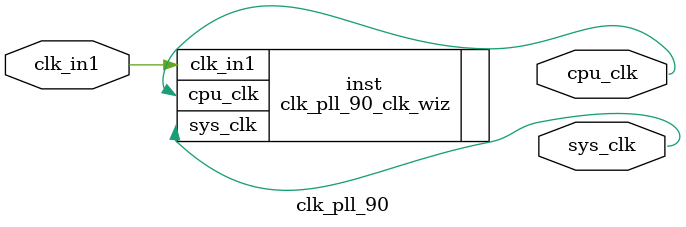
<source format=v>


`timescale 1ps/1ps

(* CORE_GENERATION_INFO = "clk_pll_90,clk_wiz_v6_0_4_0_0,{component_name=clk_pll_90,use_phase_alignment=true,use_min_o_jitter=false,use_max_i_jitter=false,use_dyn_phase_shift=false,use_inclk_switchover=false,use_dyn_reconfig=false,enable_axi=0,feedback_source=FDBK_AUTO,PRIMITIVE=PLL,num_out_clk=2,clkin1_period=10.000,clkin2_period=10.000,use_power_down=false,use_reset=false,use_locked=false,use_inclk_stopped=false,feedback_type=SINGLE,CLOCK_MGR_TYPE=NA,manual_override=false}" *)

module clk_pll_90 
 (
  // Clock out ports
  output        cpu_clk,
  output        sys_clk,
 // Clock in ports
  input         clk_in1
 );

  clk_pll_90_clk_wiz inst
  (
  // Clock out ports  
  .cpu_clk(cpu_clk),
  .sys_clk(sys_clk),
 // Clock in ports
  .clk_in1(clk_in1)
  );

endmodule

</source>
